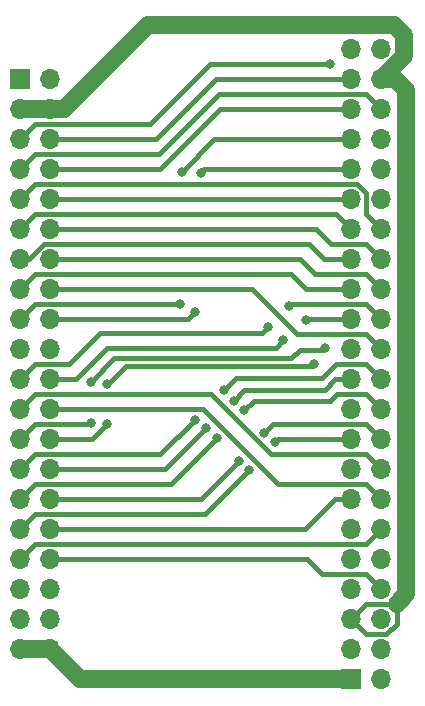
<source format=gtl>
%TF.GenerationSoftware,KiCad,Pcbnew,(6.0.5)*%
%TF.CreationDate,2024-01-21T10:02:01+01:00*%
%TF.ProjectId,Alchemy_to_Landungsbruecke,416c6368-656d-4795-9f74-6f5f4c616e64,rev?*%
%TF.SameCoordinates,Original*%
%TF.FileFunction,Copper,L1,Top*%
%TF.FilePolarity,Positive*%
%FSLAX46Y46*%
G04 Gerber Fmt 4.6, Leading zero omitted, Abs format (unit mm)*
G04 Created by KiCad (PCBNEW (6.0.5)) date 2024-01-21 10:02:01*
%MOMM*%
%LPD*%
G01*
G04 APERTURE LIST*
%TA.AperFunction,ComponentPad*%
%ADD10R,1.700000X1.700000*%
%TD*%
%TA.AperFunction,ComponentPad*%
%ADD11O,1.700000X1.700000*%
%TD*%
%TA.AperFunction,ViaPad*%
%ADD12C,0.800000*%
%TD*%
%TA.AperFunction,Conductor*%
%ADD13C,0.400000*%
%TD*%
%TA.AperFunction,Conductor*%
%ADD14C,1.500000*%
%TD*%
G04 APERTURE END LIST*
D10*
%TO.P,J2,1,Pin_1*%
%TO.N,/VM*%
X163725000Y-126175000D03*
D11*
%TO.P,J2,2,Pin_2*%
%TO.N,GND*%
X166265000Y-126175000D03*
%TO.P,J2,3,Pin_3*%
X163725000Y-123635000D03*
%TO.P,J2,4,Pin_4*%
%TO.N,unconnected-(J2-Pad4)*%
X166265000Y-123635000D03*
%TO.P,J2,5,Pin_5*%
%TO.N,+5V*%
X163725000Y-121095000D03*
%TO.P,J2,6,Pin_6*%
%TO.N,unconnected-(J2-Pad6)*%
X166265000Y-121095000D03*
%TO.P,J2,7,Pin_7*%
%TO.N,unconnected-(J2-Pad7)*%
X163725000Y-118555000D03*
%TO.P,J2,8,Pin_8*%
%TO.N,/GPIO3*%
X166265000Y-118555000D03*
%TO.P,J2,9,Pin_9*%
%TO.N,unconnected-(J2-Pad9)*%
X163725000Y-116015000D03*
%TO.P,J2,10,Pin_10*%
%TO.N,unconnected-(J2-Pad10)*%
X166265000Y-116015000D03*
%TO.P,J2,11,Pin_11*%
%TO.N,unconnected-(J2-Pad11)*%
X163725000Y-113475000D03*
%TO.P,J2,12,Pin_12*%
%TO.N,/GPIO2*%
X166265000Y-113475000D03*
%TO.P,J2,13,Pin_13*%
%TO.N,/GPIO1*%
X163725000Y-110935000D03*
%TO.P,J2,14,Pin_14*%
%TO.N,/ADC3*%
X166265000Y-110935000D03*
%TO.P,J2,15,Pin_15*%
%TO.N,unconnected-(J2-Pad15)*%
X163725000Y-108395000D03*
%TO.P,J2,16,Pin_16*%
%TO.N,/ADC2*%
X166265000Y-108395000D03*
%TO.P,J2,17,Pin_17*%
%TO.N,/GPIO0*%
X163725000Y-105855000D03*
%TO.P,J2,18,Pin_18*%
%TO.N,/ADC9*%
X166265000Y-105855000D03*
%TO.P,J2,19,Pin_19*%
%TO.N,unconnected-(J2-Pad19)*%
X163725000Y-103315000D03*
%TO.P,J2,20,Pin_20*%
%TO.N,/ADC8*%
X166265000Y-103315000D03*
%TO.P,J2,21,Pin_21*%
%TO.N,/ADC7*%
X163725000Y-100775000D03*
%TO.P,J2,22,Pin_22*%
%TO.N,/ADC6*%
X166265000Y-100775000D03*
%TO.P,J2,23,Pin_23*%
%TO.N,unconnected-(J2-Pad23)*%
X163725000Y-98235000D03*
%TO.P,J2,24,Pin_24*%
%TO.N,/SPI2_NCS*%
X166265000Y-98235000D03*
%TO.P,J2,25,Pin_25*%
%TO.N,/ADC1*%
X163725000Y-95695000D03*
%TO.P,J2,26,Pin_26*%
%TO.N,/ADC0*%
X166265000Y-95695000D03*
%TO.P,J2,27,Pin_27*%
%TO.N,/SPI2_SCK*%
X163725000Y-93155000D03*
%TO.P,J2,28,Pin_28*%
%TO.N,/SPI2_MISO*%
X166265000Y-93155000D03*
%TO.P,J2,29,Pin_29*%
%TO.N,/SPI2_MOSI*%
X163725000Y-90615000D03*
%TO.P,J2,30,Pin_30*%
%TO.N,/SPI1_NCS*%
X166265000Y-90615000D03*
%TO.P,J2,31,Pin_31*%
%TO.N,/SPI1_SCK*%
X163725000Y-88075000D03*
%TO.P,J2,32,Pin_32*%
%TO.N,/SPI1_MOSI*%
X166265000Y-88075000D03*
%TO.P,J2,33,Pin_33*%
%TO.N,/SPI1_MISO*%
X163725000Y-85535000D03*
%TO.P,J2,34,Pin_34*%
%TO.N,/ADC4*%
X166265000Y-85535000D03*
%TO.P,J2,35,Pin_35*%
%TO.N,/I2C2_SCL*%
X163725000Y-82995000D03*
%TO.P,J2,36,Pin_36*%
%TO.N,/ADC5*%
X166265000Y-82995000D03*
%TO.P,J2,37,Pin_37*%
%TO.N,/I2C2_SDA*%
X163725000Y-80455000D03*
%TO.P,J2,38,Pin_38*%
%TO.N,/I2C1_SDA*%
X166265000Y-80455000D03*
%TO.P,J2,39,Pin_39*%
%TO.N,/UART1_TX*%
X163725000Y-77915000D03*
%TO.P,J2,40,Pin_40*%
%TO.N,/UART1_RX*%
X166265000Y-77915000D03*
%TO.P,J2,41,Pin_41*%
%TO.N,/I2C1_SCL*%
X163725000Y-75375000D03*
%TO.P,J2,42,Pin_42*%
%TO.N,+5V*%
X166265000Y-75375000D03*
%TO.P,J2,43,Pin_43*%
%TO.N,GND*%
X163725000Y-72835000D03*
%TO.P,J2,44,Pin_44*%
X166265000Y-72835000D03*
%TD*%
D10*
%TO.P,J1,1,Pin_1*%
%TO.N,GND*%
X135730000Y-75370000D03*
D11*
%TO.P,J1,2,Pin_2*%
X138270000Y-75370000D03*
%TO.P,J1,3,Pin_3*%
%TO.N,+5V*%
X135730000Y-77910000D03*
%TO.P,J1,4,Pin_4*%
X138270000Y-77910000D03*
%TO.P,J1,5,Pin_5*%
%TO.N,/I2C1_SDA*%
X135730000Y-80450000D03*
%TO.P,J1,6,Pin_6*%
%TO.N,/I2C1_SCL*%
X138270000Y-80450000D03*
%TO.P,J1,7,Pin_7*%
%TO.N,/UART1_RX*%
X135730000Y-82990000D03*
%TO.P,J1,8,Pin_8*%
%TO.N,/UART1_TX*%
X138270000Y-82990000D03*
%TO.P,J1,9,Pin_9*%
%TO.N,/SPI1_MOSI*%
X135730000Y-85530000D03*
%TO.P,J1,10,Pin_10*%
%TO.N,/SPI1_MISO*%
X138270000Y-85530000D03*
%TO.P,J1,11,Pin_11*%
%TO.N,/SPI1_SCK*%
X135730000Y-88070000D03*
%TO.P,J1,12,Pin_12*%
%TO.N,/SPI1_NCS*%
X138270000Y-88070000D03*
%TO.P,J1,13,Pin_13*%
%TO.N,/SPI2_MOSI*%
X135730000Y-90610000D03*
%TO.P,J1,14,Pin_14*%
%TO.N,/SPI2_MISO*%
X138270000Y-90610000D03*
%TO.P,J1,15,Pin_15*%
%TO.N,/SPI2_SCK*%
X135730000Y-93150000D03*
%TO.P,J1,16,Pin_16*%
%TO.N,/SPI2_NCS*%
X138270000Y-93150000D03*
%TO.P,J1,17,Pin_17*%
%TO.N,/I2C2_SDA*%
X135730000Y-95690000D03*
%TO.P,J1,18,Pin_18*%
%TO.N,/I2C2_SCL*%
X138270000Y-95690000D03*
%TO.P,J1,19,Pin_19*%
%TO.N,GND*%
X135730000Y-98230000D03*
%TO.P,J1,20,Pin_20*%
X138270000Y-98230000D03*
%TO.P,J1,21,Pin_21*%
%TO.N,/ADC0*%
X135730000Y-100770000D03*
%TO.P,J1,22,Pin_22*%
%TO.N,/ADC1*%
X138270000Y-100770000D03*
%TO.P,J1,23,Pin_23*%
%TO.N,/ADC2*%
X135730000Y-103310000D03*
%TO.P,J1,24,Pin_24*%
%TO.N,/ADC3*%
X138270000Y-103310000D03*
%TO.P,J1,25,Pin_25*%
%TO.N,/ADC4*%
X135730000Y-105850000D03*
%TO.P,J1,26,Pin_26*%
%TO.N,/ADC5*%
X138270000Y-105850000D03*
%TO.P,J1,27,Pin_27*%
%TO.N,/ADC6*%
X135730000Y-108390000D03*
%TO.P,J1,28,Pin_28*%
%TO.N,/ADC7*%
X138270000Y-108390000D03*
%TO.P,J1,29,Pin_29*%
%TO.N,/ADC8*%
X135730000Y-110930000D03*
%TO.P,J1,30,Pin_30*%
%TO.N,/ADC9*%
X138270000Y-110930000D03*
%TO.P,J1,31,Pin_31*%
%TO.N,/GPIO0*%
X135730000Y-113470000D03*
%TO.P,J1,32,Pin_32*%
%TO.N,/GPIO1*%
X138270000Y-113470000D03*
%TO.P,J1,33,Pin_33*%
%TO.N,/GPIO2*%
X135730000Y-116010000D03*
%TO.P,J1,34,Pin_34*%
%TO.N,/GPIO3*%
X138270000Y-116010000D03*
%TO.P,J1,35,Pin_35*%
%TO.N,unconnected-(J1-Pad35)*%
X135730000Y-118550000D03*
%TO.P,J1,36,Pin_36*%
%TO.N,unconnected-(J1-Pad36)*%
X138270000Y-118550000D03*
%TO.P,J1,37,Pin_37*%
%TO.N,GND*%
X135730000Y-121090000D03*
%TO.P,J1,38,Pin_38*%
X138270000Y-121090000D03*
%TO.P,J1,39,Pin_39*%
%TO.N,/VM*%
X135730000Y-123630000D03*
%TO.P,J1,40,Pin_40*%
X138270000Y-123630000D03*
%TD*%
D12*
%TO.N,/I2C1_SDA*%
X162000000Y-74100000D03*
%TO.N,/I2C2_SDA*%
X149400000Y-83200000D03*
X149300000Y-94400000D03*
%TO.N,/I2C2_SCL*%
X150500000Y-95100000D03*
X151000000Y-83300000D03*
%TO.N,/ADC0*%
X156700000Y-96400000D03*
X158500000Y-94600000D03*
%TO.N,/ADC1*%
X158000000Y-97500000D03*
X159900000Y-95800000D03*
%TO.N,/ADC4*%
X161500000Y-98100000D03*
X141700000Y-101000000D03*
X141700000Y-104500000D03*
%TO.N,/ADC5*%
X143100000Y-104600000D03*
X160600000Y-99500000D03*
X143100000Y-101200000D03*
%TO.N,/ADC6*%
X153000000Y-101700000D03*
X150500000Y-104200000D03*
%TO.N,/ADC7*%
X153800000Y-102600000D03*
X151500000Y-104900000D03*
%TO.N,/ADC8*%
X152400000Y-105800000D03*
X154700000Y-103400000D03*
%TO.N,/ADC9*%
X156400000Y-105300000D03*
X154300000Y-107700000D03*
%TO.N,/GPIO0*%
X155100000Y-108500000D03*
X157300000Y-106100000D03*
%TD*%
D13*
%TO.N,/I2C1_SDA*%
X146740489Y-79159511D02*
X151800000Y-74100000D01*
X162000000Y-74100000D02*
X151800000Y-74100000D01*
X135730000Y-80450000D02*
X137020489Y-79159511D01*
X137020489Y-79159511D02*
X146740489Y-79159511D01*
%TO.N,/I2C1_SCL*%
X152325000Y-75375000D02*
X163725000Y-75375000D01*
X147250000Y-80450000D02*
X152325000Y-75375000D01*
X138270000Y-80450000D02*
X147250000Y-80450000D01*
%TO.N,/I2C2_SDA*%
X152145000Y-80455000D02*
X163725000Y-80455000D01*
X149400000Y-83200000D02*
X152145000Y-80455000D01*
X136979511Y-94440489D02*
X149259511Y-94440489D01*
X149259511Y-94440489D02*
X149300000Y-94400000D01*
X135730000Y-95690000D02*
X136979511Y-94440489D01*
%TO.N,/I2C2_SCL*%
X151000000Y-83300000D02*
X151305000Y-82995000D01*
X149910000Y-95690000D02*
X138270000Y-95690000D01*
X150500000Y-95100000D02*
X149910000Y-95690000D01*
X151305000Y-82995000D02*
X163725000Y-82995000D01*
%TO.N,/ADC0*%
X165015489Y-94445489D02*
X166265000Y-95695000D01*
X139879511Y-99520489D02*
X136979511Y-99520489D01*
X142500000Y-96900000D02*
X139879511Y-99520489D01*
X136979511Y-99520489D02*
X135730000Y-100770000D01*
X158500000Y-94600000D02*
X158654511Y-94445489D01*
X158654511Y-94445489D02*
X165015489Y-94445489D01*
X156700000Y-96400000D02*
X156200000Y-96900000D01*
X156200000Y-96900000D02*
X142500000Y-96900000D01*
%TO.N,/ADC1*%
X138270000Y-100770000D02*
X140430000Y-100770000D01*
X160005000Y-95695000D02*
X163725000Y-95695000D01*
X157400000Y-98100000D02*
X158000000Y-97500000D01*
X143100000Y-98100000D02*
X157400000Y-98100000D01*
X159900000Y-95800000D02*
X160005000Y-95695000D01*
X140430000Y-100770000D02*
X143100000Y-98100000D01*
%TO.N,/ADC4*%
X159400489Y-98299511D02*
X158700000Y-99000000D01*
X143700000Y-99000000D02*
X141700000Y-101000000D01*
X135730000Y-105850000D02*
X136979511Y-104600489D01*
X141599511Y-104600489D02*
X141700000Y-104500000D01*
X158700000Y-99000000D02*
X143700000Y-99000000D01*
X161300489Y-98299511D02*
X159400489Y-98299511D01*
X136979511Y-104600489D02*
X141599511Y-104600489D01*
X161500000Y-98100000D02*
X161300489Y-98299511D01*
%TO.N,/ADC5*%
X138270000Y-105850000D02*
X141850000Y-105850000D01*
X144700000Y-99700000D02*
X143200000Y-101200000D01*
X160600000Y-99500000D02*
X160400000Y-99700000D01*
X143200000Y-101200000D02*
X143100000Y-101200000D01*
X160400000Y-99700000D02*
X144700000Y-99700000D01*
X141850000Y-105850000D02*
X143100000Y-104600000D01*
%TO.N,/ADC6*%
X153000000Y-101700000D02*
X154000000Y-100700000D01*
X150500000Y-104200000D02*
X147559511Y-107140489D01*
X147559511Y-107140489D02*
X136979511Y-107140489D01*
X136979511Y-107140489D02*
X135730000Y-108390000D01*
X154000000Y-100700000D02*
X161300000Y-100700000D01*
X165015489Y-99525489D02*
X166265000Y-100775000D01*
X161300000Y-100700000D02*
X162474511Y-99525489D01*
X162474511Y-99525489D02*
X165015489Y-99525489D01*
%TO.N,/ADC7*%
X154700000Y-101700000D02*
X161500000Y-101700000D01*
X162425000Y-100775000D02*
X163725000Y-100775000D01*
X161500000Y-101700000D02*
X162425000Y-100775000D01*
X138270000Y-108390000D02*
X148010000Y-108390000D01*
X153800000Y-102600000D02*
X154700000Y-101700000D01*
X148010000Y-108390000D02*
X151500000Y-104900000D01*
%TO.N,/ADC8*%
X162534511Y-102065489D02*
X165015489Y-102065489D01*
X162000000Y-102600000D02*
X162534511Y-102065489D01*
X154700000Y-103400000D02*
X155500000Y-102600000D01*
X152400000Y-105800000D02*
X148519511Y-109680489D01*
X136979511Y-109680489D02*
X135730000Y-110930000D01*
X165015489Y-102065489D02*
X166265000Y-103315000D01*
X155500000Y-102600000D02*
X162000000Y-102600000D01*
X148519511Y-109680489D02*
X136979511Y-109680489D01*
%TO.N,/ADC9*%
X138270000Y-110930000D02*
X151070000Y-110930000D01*
X166265000Y-105855000D02*
X165015489Y-104605489D01*
X151070000Y-110930000D02*
X154300000Y-107700000D01*
X165015489Y-104605489D02*
X157094511Y-104605489D01*
X157094511Y-104605489D02*
X156400000Y-105300000D01*
%TO.N,/GPIO0*%
X163725000Y-105855000D02*
X157545000Y-105855000D01*
X136979511Y-112220489D02*
X151379511Y-112220489D01*
X157545000Y-105855000D02*
X157300000Y-106100000D01*
X151379511Y-112220489D02*
X155100000Y-108500000D01*
X135730000Y-113470000D02*
X136979511Y-112220489D01*
%TO.N,/GPIO1*%
X159830000Y-113470000D02*
X138270000Y-113470000D01*
X163725000Y-110935000D02*
X162365000Y-110935000D01*
X162365000Y-110935000D02*
X159830000Y-113470000D01*
%TO.N,/GPIO2*%
X137015489Y-114724511D02*
X135730000Y-116010000D01*
X165015489Y-114724511D02*
X137015489Y-114724511D01*
X166265000Y-113475000D02*
X165015489Y-114724511D01*
%TO.N,/GPIO3*%
X160010000Y-116010000D02*
X138270000Y-116010000D01*
X166265000Y-118555000D02*
X165015489Y-117305489D01*
X165015489Y-117305489D02*
X161305489Y-117305489D01*
X161305489Y-117305489D02*
X160010000Y-116010000D01*
%TO.N,+5V*%
X167600000Y-121527076D02*
X167600000Y-119800000D01*
D14*
X167467081Y-75375000D02*
X168400000Y-76307919D01*
D13*
X163725000Y-121095000D02*
X164974511Y-119845489D01*
X163725000Y-121095000D02*
X165015489Y-122385489D01*
D14*
X146582081Y-70800000D02*
X167400000Y-70800000D01*
X139472081Y-77910000D02*
X146582081Y-70800000D01*
X168400000Y-76307919D02*
X168400000Y-87600000D01*
X166269894Y-75375000D02*
X168200000Y-73444894D01*
D13*
X167554511Y-119845489D02*
X167600000Y-119800000D01*
X166741587Y-122385489D02*
X167600000Y-121527076D01*
D14*
X166265000Y-75375000D02*
X166269894Y-75375000D01*
X168400000Y-119000000D02*
X167600000Y-119800000D01*
X138270000Y-77910000D02*
X139472081Y-77910000D01*
X168400000Y-87600000D02*
X168400000Y-104400000D01*
X168200000Y-73444894D02*
X168200000Y-71600000D01*
D13*
X164974511Y-119845489D02*
X167554511Y-119845489D01*
D14*
X168200000Y-71600000D02*
X167400000Y-70800000D01*
X166265000Y-75375000D02*
X167467081Y-75375000D01*
D13*
X165015489Y-122385489D02*
X166741587Y-122385489D01*
D14*
X168400000Y-104400000D02*
X168400000Y-119000000D01*
X138270000Y-77910000D02*
X135730000Y-77910000D01*
D13*
%TO.N,/UART1_RX*%
X165015489Y-76665489D02*
X166265000Y-77915000D01*
X152534511Y-76665489D02*
X165015489Y-76665489D01*
X136979511Y-81740489D02*
X147459511Y-81740489D01*
X135730000Y-82990000D02*
X136979511Y-81740489D01*
X147459511Y-81740489D02*
X152534511Y-76665489D01*
%TO.N,/UART1_TX*%
X147590000Y-82990000D02*
X138270000Y-82990000D01*
X147600000Y-83000000D02*
X147590000Y-82990000D01*
X152685000Y-77915000D02*
X147600000Y-83000000D01*
X163725000Y-77915000D02*
X152685000Y-77915000D01*
%TO.N,/SPI1_MOSI*%
X165015489Y-86825489D02*
X166265000Y-88075000D01*
X136979511Y-84280489D02*
X164278543Y-84280489D01*
X164278543Y-84280489D02*
X165015489Y-85017435D01*
X165015489Y-85017435D02*
X165015489Y-86825489D01*
X135730000Y-85530000D02*
X136979511Y-84280489D01*
%TO.N,/SPI1_MISO*%
X138275000Y-85535000D02*
X138270000Y-85530000D01*
X163725000Y-85535000D02*
X138275000Y-85535000D01*
%TO.N,/SPI1_SCK*%
X136979511Y-86820489D02*
X162470489Y-86820489D01*
X162470489Y-86820489D02*
X163725000Y-88075000D01*
X135730000Y-88070000D02*
X136979511Y-86820489D01*
%TO.N,/SPI1_NCS*%
X165015489Y-89365489D02*
X162065489Y-89365489D01*
X166265000Y-90615000D02*
X165015489Y-89365489D01*
X160770000Y-88070000D02*
X138270000Y-88070000D01*
X162065489Y-89365489D02*
X160770000Y-88070000D01*
%TO.N,/SPI2_MOSI*%
X136502924Y-90610000D02*
X137752435Y-89360489D01*
X160160489Y-89360489D02*
X161415000Y-90615000D01*
X161415000Y-90615000D02*
X163725000Y-90615000D01*
X137752435Y-89360489D02*
X160160489Y-89360489D01*
X135730000Y-90610000D02*
X136502924Y-90610000D01*
%TO.N,/SPI2_MISO*%
X160705489Y-91905489D02*
X159410000Y-90610000D01*
X159410000Y-90610000D02*
X138270000Y-90610000D01*
X166265000Y-93155000D02*
X165015489Y-91905489D01*
X165015489Y-91905489D02*
X160705489Y-91905489D01*
%TO.N,/SPI2_SCK*%
X136979511Y-91900489D02*
X135730000Y-93150000D01*
X158700489Y-91900489D02*
X136979511Y-91900489D01*
X159955000Y-93155000D02*
X158700489Y-91900489D01*
X163725000Y-93155000D02*
X159955000Y-93155000D01*
%TO.N,/SPI2_NCS*%
X159144511Y-96944511D02*
X164974511Y-96944511D01*
X164974511Y-96944511D02*
X166265000Y-98235000D01*
X138270000Y-93150000D02*
X155350000Y-93150000D01*
X155350000Y-93150000D02*
X159144511Y-96944511D01*
%TO.N,/ADC2*%
X165015489Y-107145489D02*
X156945489Y-107145489D01*
X156945489Y-107145489D02*
X151860489Y-102060489D01*
X166265000Y-108395000D02*
X165015489Y-107145489D01*
X151860489Y-102060489D02*
X136979511Y-102060489D01*
X136979511Y-102060489D02*
X135730000Y-103310000D01*
%TO.N,/ADC3*%
X157585489Y-109685489D02*
X151210000Y-103310000D01*
X165015489Y-109685489D02*
X157585489Y-109685489D01*
X166265000Y-110935000D02*
X165015489Y-109685489D01*
X151210000Y-103310000D02*
X138270000Y-103310000D01*
D14*
%TO.N,/VM*%
X163725000Y-126175000D02*
X140815000Y-126175000D01*
X140815000Y-126175000D02*
X138270000Y-123630000D01*
X135730000Y-123630000D02*
X138270000Y-123630000D01*
%TD*%
M02*

</source>
